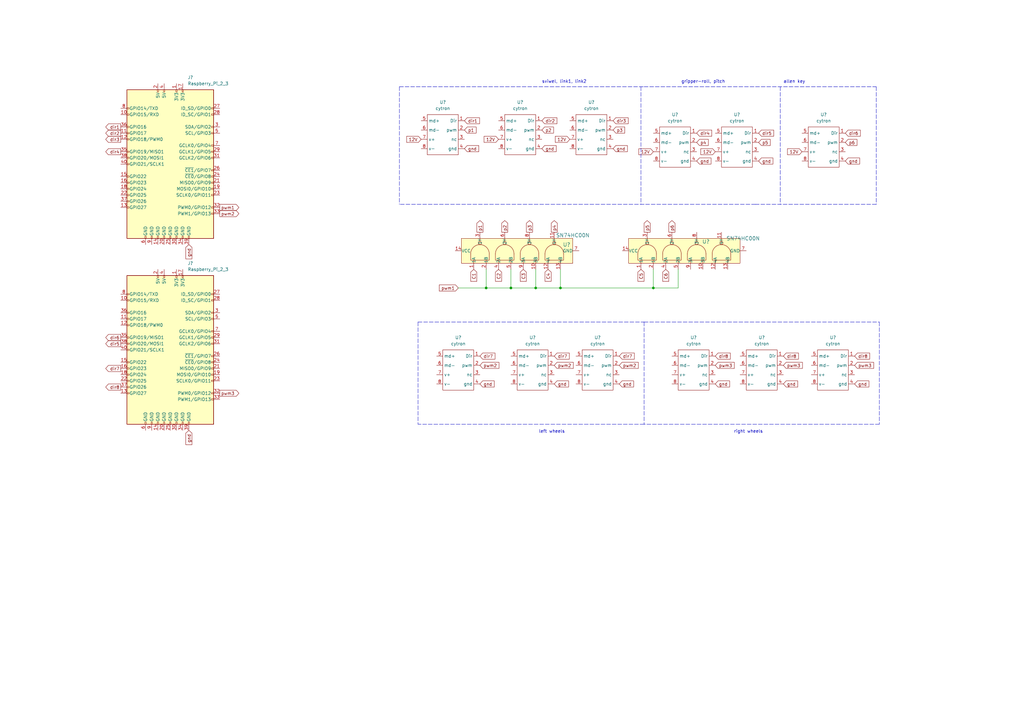
<source format=kicad_sch>
(kicad_sch (version 20211123) (generator eeschema)
  (paper "A3")
  (lib_symbols
    (symbol "Connector:Raspberry_Pi_2_3" (pin_names (offset 1.016))
      (property "Reference" "J" (at -17.78 31.75 0))
      (property "Value" "Raspberry_Pi_2_3" (at 10.16 -31.75 0))
      (symbol "Raspberry_Pi_2_3_0_1"
        (rectangle (start -17.78 30.48) (end 17.78 -30.48) (stroke (width 0.254)) (fill (type background)))
      )
      (symbol "Raspberry_Pi_2_3_1_1"
        (rectangle (start -16.891 -17.526) (end -17.78 -18.034))
        (rectangle (start -16.891 -14.986) (end -17.78 -15.494))
        (rectangle (start -16.891 -12.446) (end -17.78 -12.954))
        (rectangle (start -16.891 -9.906) (end -17.78 -10.414))
        (rectangle (start -16.891 -7.366) (end -17.78 -7.874))
        (rectangle (start -16.891 -4.826) (end -17.78 -5.334))
        (rectangle (start -16.891 0.254) (end -17.78 -0.254))
        (rectangle (start -16.891 2.794) (end -17.78 2.286))
        (rectangle (start -16.891 5.334) (end -17.78 4.826))
        (rectangle (start -16.891 10.414) (end -17.78 9.906))
        (rectangle (start -16.891 12.954) (end -17.78 12.446))
        (rectangle (start -16.891 15.494) (end -17.78 14.986))
        (rectangle (start -16.891 20.574) (end -17.78 20.066))
        (rectangle (start -16.891 23.114) (end -17.78 22.606))
        (rectangle (start -10.414 -29.591) (end -9.906 -30.48))
        (rectangle (start -7.874 -29.591) (end -7.366 -30.48))
        (rectangle (start -5.334 -29.591) (end -4.826 -30.48))
        (rectangle (start -5.334 30.48) (end -4.826 29.591))
        (rectangle (start -2.794 -29.591) (end -2.286 -30.48))
        (rectangle (start -2.794 30.48) (end -2.286 29.591))
        (rectangle (start -0.254 -29.591) (end 0.254 -30.48))
        (rectangle (start 2.286 -29.591) (end 2.794 -30.48))
        (rectangle (start 2.286 30.48) (end 2.794 29.591))
        (rectangle (start 4.826 -29.591) (end 5.334 -30.48))
        (rectangle (start 4.826 30.48) (end 5.334 29.591))
        (rectangle (start 7.366 -29.591) (end 7.874 -30.48))
        (rectangle (start 17.78 -20.066) (end 16.891 -20.574))
        (rectangle (start 17.78 -17.526) (end 16.891 -18.034))
        (rectangle (start 17.78 -12.446) (end 16.891 -12.954))
        (rectangle (start 17.78 -9.906) (end 16.891 -10.414))
        (rectangle (start 17.78 -7.366) (end 16.891 -7.874))
        (rectangle (start 17.78 -4.826) (end 16.891 -5.334))
        (rectangle (start 17.78 -2.286) (end 16.891 -2.794))
        (rectangle (start 17.78 2.794) (end 16.891 2.286))
        (rectangle (start 17.78 5.334) (end 16.891 4.826))
        (rectangle (start 17.78 7.874) (end 16.891 7.366))
        (rectangle (start 17.78 12.954) (end 16.891 12.446))
        (rectangle (start 17.78 15.494) (end 16.891 14.986))
        (rectangle (start 17.78 20.574) (end 16.891 20.066))
        (rectangle (start 17.78 23.114) (end 16.891 22.606))
        (pin power_in line (at 2.54 33.02 270) (length 2.54) (name "3V3") (number "1"))
        (pin bidirectional line (at -20.32 20.32 0) (length 2.54) (name "GPIO15/RXD") (number "10"))
        (pin bidirectional line (at -20.32 12.7 0) (length 2.54) (name "GPIO17") (number "11"))
        (pin bidirectional line (at -20.32 10.16 0) (length 2.54) (name "GPIO18/PWM0") (number "12"))
        (pin bidirectional line (at -20.32 -17.78 0) (length 2.54) (name "GPIO27") (number "13"))
        (pin power_in line (at -5.08 -33.02 90) (length 2.54) (name "GND") (number "14"))
        (pin bidirectional line (at -20.32 -5.08 0) (length 2.54) (name "GPIO22") (number "15"))
        (pin bidirectional line (at -20.32 -7.62 0) (length 2.54) (name "GPIO23") (number "16"))
        (pin power_in line (at 5.08 33.02 270) (length 2.54) (name "3V3") (number "17"))
        (pin bidirectional line (at -20.32 -10.16 0) (length 2.54) (name "GPIO24") (number "18"))
        (pin bidirectional line (at 20.32 -10.16 180) (length 2.54) (name "MOSI0/GPIO10") (number "19"))
        (pin power_in line (at -5.08 33.02 270) (length 2.54) (name "5V") (number "2"))
        (pin power_in line (at -2.54 -33.02 90) (length 2.54) (name "GND") (number "20"))
        (pin bidirectional line (at 20.32 -7.62 180) (length 2.54) (name "MISO0/GPIO9") (number "21"))
        (pin bidirectional line (at -20.32 -12.7 0) (length 2.54) (name "GPIO25") (number "22"))
        (pin bidirectional line (at 20.32 -12.7 180) (length 2.54) (name "SCLK0/GPIO11") (number "23"))
        (pin bidirectional line (at 20.32 -5.08 180) (length 2.54) (name "~{CE0}/GPIO8") (number "24"))
        (pin power_in line (at 0 -33.02 90) (length 2.54) (name "GND") (number "25"))
        (pin bidirectional line (at 20.32 -2.54 180) (length 2.54) (name "~{CE1}/GPIO7") (number "26"))
        (pin bidirectional line (at 20.32 22.86 180) (length 2.54) (name "ID_SD/GPIO0") (number "27"))
        (pin bidirectional line (at 20.32 20.32 180) (length 2.54) (name "ID_SC/GPIO1") (number "28"))
        (pin bidirectional line (at 20.32 5.08 180) (length 2.54) (name "GCLK1/GPIO5") (number "29"))
        (pin bidirectional line (at 20.32 15.24 180) (length 2.54) (name "SDA/GPIO2") (number "3"))
        (pin power_in line (at 2.54 -33.02 90) (length 2.54) (name "GND") (number "30"))
        (pin bidirectional line (at 20.32 2.54 180) (length 2.54) (name "GCLK2/GPIO6") (number "31"))
        (pin bidirectional line (at 20.32 -17.78 180) (length 2.54) (name "PWM0/GPIO12") (number "32"))
        (pin bidirectional line (at 20.32 -20.32 180) (length 2.54) (name "PWM1/GPIO13") (number "33"))
        (pin power_in line (at 5.08 -33.02 90) (length 2.54) (name "GND") (number "34"))
        (pin bidirectional line (at -20.32 5.08 0) (length 2.54) (name "GPIO19/MISO1") (number "35"))
        (pin bidirectional line (at -20.32 15.24 0) (length 2.54) (name "GPIO16") (number "36"))
        (pin bidirectional line (at -20.32 -15.24 0) (length 2.54) (name "GPIO26") (number "37"))
        (pin bidirectional line (at -20.32 2.54 0) (length 2.54) (name "GPIO20/MOSI1") (number "38"))
        (pin power_in line (at 7.62 -33.02 90) (length 2.54) (name "GND") (number "39"))
        (pin power_in line (at -2.54 33.02 270) (length 2.54) (name "5V") (number "4"))
        (pin bidirectional line (at -20.32 0 0) (length 2.54) (name "GPIO21/SCLK1") (number "40"))
        (pin bidirectional line (at 20.32 12.7 180) (length 2.54) (name "SCL/GPIO3") (number "5"))
        (pin power_in line (at -10.16 -33.02 90) (length 2.54) (name "GND") (number "6"))
        (pin bidirectional line (at 20.32 7.62 180) (length 2.54) (name "GCLK0/GPIO4") (number "7"))
        (pin bidirectional line (at -20.32 22.86 0) (length 2.54) (name "GPIO14/TXD") (number "8"))
        (pin power_in line (at -7.62 -33.02 90) (length 2.54) (name "GND") (number "9"))
      )
    )
    (symbol "New_Library:cytron"
      (property "Reference" "U" (at 0 0 0))
      (property "Value" "cytron" (at 0 0 0))
      (symbol "cytron_0_1"
        (rectangle (start -6.35 -1.27) (end 6.35 -17.78))
      )
      (symbol "cytron_1_1"
        (pin input line (at 8.89 -3.81 180) (length 2.54) (name "Dir") (number "1"))
        (pin input line (at 8.89 -7.62 180) (length 2.54) (name "pwm") (number "2"))
        (pin input line (at 8.89 -11.43 180) (length 2.54) (name "nc") (number "3"))
        (pin input line (at 8.89 -15.24 180) (length 2.54) (name "gnd") (number "4"))
        (pin input line (at -8.89 -3.81 0) (length 2.54) (name "md+") (number "5"))
        (pin input line (at -8.89 -7.62 0) (length 2.54) (name "md-") (number "6"))
        (pin input line (at -8.89 -11.43 0) (length 2.54) (name "v+") (number "7"))
        (pin input line (at -8.89 -15.24 0) (length 2.54) (name "v-") (number "8"))
      )
    )
    (symbol "dk_Logic-Gates-and-Inverters:SN74HC00N" (pin_names (offset 0.0254))
      (property "Reference" "U" (at -2.54 23.876 0))
      (property "Value" "SN74HC00N" (at 0.254 -24.13 0))
      (symbol "SN74HC00N_0_1"
        (rectangle (start -5.08 22.86) (end 5.08 -22.86) (fill (type background)))
        (arc (start -1.27 -19.05) (mid 2.54 -15.24) (end -1.27 -11.43) (fill (type background)))
        (arc (start -1.27 -8.89) (mid 2.54 -5.08) (end -1.27 -1.27) (fill (type background)))
        (arc (start -1.27 1.27) (mid 2.54 5.08) (end -1.27 8.89) (fill (type background)))
        (arc (start -1.27 11.43) (mid 2.54 15.24) (end -1.27 19.05) (fill (type background)))
        (polyline (pts (xy -5.08 -17.78) (xy -3.81 -17.78)))
        (polyline (pts (xy -5.08 -7.62) (xy -3.81 -7.62)))
        (polyline (pts (xy -5.08 2.54) (xy -3.81 2.54)))
        (polyline (pts (xy -5.08 12.7) (xy -3.81 12.7)))
        (polyline (pts (xy -3.81 -12.7) (xy -5.08 -12.7)))
        (polyline (pts (xy -3.81 -2.54) (xy -5.08 -2.54)))
        (polyline (pts (xy -3.81 7.62) (xy -5.08 7.62)))
        (polyline (pts (xy -3.81 17.78) (xy -5.08 17.78)))
        (polyline (pts (xy 3.81 -15.24) (xy 5.08 -15.24)))
        (polyline (pts (xy 3.81 5.08) (xy 5.08 5.08)))
        (polyline (pts (xy 5.08 -5.08) (xy 3.81 -5.08)))
        (polyline (pts (xy 5.08 15.24) (xy 3.81 15.24)))
        (polyline (pts (xy -1.27 -11.43) (xy -3.81 -11.43) (xy -3.81 -19.05) (xy -1.27 -19.05)) (fill (type background)))
        (polyline (pts (xy -1.27 -1.27) (xy -3.81 -1.27) (xy -3.81 -8.89) (xy -1.27 -8.89)) (fill (type background)))
        (polyline (pts (xy -1.27 8.89) (xy -3.81 8.89) (xy -3.81 1.27) (xy -1.27 1.27)) (fill (type background)))
        (polyline (pts (xy -1.27 19.05) (xy -3.81 19.05) (xy -3.81 11.43) (xy -1.27 11.43)) (fill (type background)))
        (circle (center 3.175 -15.24) (radius 0.635) (fill (type background)))
        (circle (center 3.175 -5.08) (radius 0.635) (fill (type background)))
        (circle (center 3.175 5.08) (radius 0.635) (fill (type background)))
        (circle (center 3.175 15.24) (radius 0.635) (fill (type background)))
      )
      (symbol "SN74HC00N_1_1"
        (pin input line (at -7.62 17.78 0) (length 2.54) (name "1A") (number "1"))
        (pin input line (at -7.62 -7.62 0) (length 2.54) (name "3B") (number "10"))
        (pin output line (at 7.62 -15.24 180) (length 2.54) (name "4Y") (number "11"))
        (pin input line (at -7.62 -12.7 0) (length 2.54) (name "4A") (number "12"))
        (pin input line (at -7.62 -17.78 0) (length 2.54) (name "4B") (number "13"))
        (pin power_in line (at 0 25.4 270) (length 2.54) (name "VCC") (number "14"))
        (pin input line (at -7.62 12.7 0) (length 2.54) (name "1B") (number "2"))
        (pin output line (at 7.62 15.24 180) (length 2.54) (name "1Y") (number "3"))
        (pin input line (at -7.62 7.62 0) (length 2.54) (name "2A") (number "4"))
        (pin input line (at -7.62 2.54 0) (length 2.54) (name "2B") (number "5"))
        (pin output line (at 7.62 5.08 180) (length 2.54) (name "2Y") (number "6"))
        (pin power_in line (at 0 -25.4 90) (length 2.54) (name "GND") (number "7"))
        (pin output line (at 7.62 -5.08 180) (length 2.54) (name "3Y") (number "8"))
        (pin input line (at -7.62 -2.54 0) (length 2.54) (name "3A") (number "9"))
      )
    )
  )
  (junction (at 199.39 118.11))
  (junction (at 267.97 118.11))
  (junction (at 209.55 118.11))
  (junction (at 229.87 118.11))
  (junction (at 219.71 118.11))
  (polyline (pts (xy 264.16 132.08) (xy 360.68 132.08)))
  (polyline (pts (xy 264.16 132.08) (xy 264.16 173.99)))
  (wire (pts (xy 209.55 118.11) (xy 219.71 118.11)))
  (polyline (pts (xy 359.41 83.82) (xy 309.88 83.82)))
  (polyline (pts (xy 264.16 83.82) (xy 163.83 83.82)))
  (wire (pts (xy 187.96 118.11) (xy 199.39 118.11)))
  (wire (pts (xy 267.97 110.49) (xy 267.97 118.11)))
  (polyline (pts (xy 264.16 173.99) (xy 171.45 173.99)))
  (wire (pts (xy 267.97 118.11) (xy 229.87 118.11)))
  (polyline (pts (xy 359.41 35.56) (xy 359.41 83.82)))
  (polyline (pts (xy 309.88 83.82) (xy 264.16 83.82)))
  (polyline (pts (xy 360.68 173.99) (xy 264.16 173.99)))
  (polyline (pts (xy 262.89 35.56) (xy 262.89 83.82)))
  (wire (pts (xy 219.71 110.49) (xy 219.71 118.11)))
  (wire (pts (xy 229.87 110.49) (xy 229.87 118.11)))
  (polyline (pts (xy 309.88 35.56) (xy 359.41 35.56)))
  (polyline (pts (xy 360.68 132.08) (xy 360.68 173.99)))
  (polyline (pts (xy 163.83 35.56) (xy 163.83 83.82)))
  (wire (pts (xy 278.13 118.11) (xy 267.97 118.11)))
  (polyline (pts (xy 171.45 132.08) (xy 171.45 173.99)))
  (wire (pts (xy 278.13 110.49) (xy 278.13 118.11)))
  (polyline (pts (xy 320.04 35.56) (xy 320.04 83.82)))
  (polyline (pts (xy 163.83 35.56) (xy 264.16 35.56)))
  (wire (pts (xy 209.55 110.49) (xy 209.55 118.11)))
  (polyline (pts (xy 264.16 35.56) (xy 309.88 35.56)))
  (wire (pts (xy 229.87 118.11) (xy 219.71 118.11)))
  (wire (pts (xy 199.39 118.11) (xy 209.55 118.11)))
  (polyline (pts (xy 171.45 132.08) (xy 264.16 132.08)))
  (wire (pts (xy 199.39 110.49) (xy 199.39 118.11)))
  (text "gripper-roll, pitch" (at 279.4 34.29 0) (effects (font (size 1.27 1.27)) (justify left bottom)))
  (text "allen key" (at 321.31 34.29 0) (effects (font (size 1.27 1.27)) (justify left bottom)))
  (text "sviwel, link1, link2" (at 222.25 34.29 0) (effects (font (size 1.27 1.27)) (justify left bottom)))
  (text "right wheels" (at 300.99 177.8 0) (effects (font (size 1.27 1.27)) (justify left bottom)))
  (text "left wheels" (at 220.98 177.8 0) (effects (font (size 1.27 1.27)) (justify left bottom)))
  (global_label "C5" (shape input) (at 262.89 110.49 270) (property "Intersheet References" "${INTERSHEET_REFS}" (effects hide)))
  (global_label "dir7" (shape input) (at 227.33 146.05 0) (property "Intersheet References" "${INTERSHEET_REFS}" (effects hide)))
  (global_label "gnd" (shape input) (at 251.46 60.96 0) (property "Intersheet References" "${INTERSHEET_REFS}" (effects hide)))
  (global_label "pwm3" (shape input) (at 350.52 149.86 0) (property "Intersheet References" "${INTERSHEET_REFS}" (effects hide)))
  (global_label "dir8" (shape input) (at 293.37 146.05 0) (property "Intersheet References" "${INTERSHEET_REFS}" (effects hide)))
  (global_label "dir5" (shape input) (at 311.15 54.61 0) (property "Intersheet References" "${INTERSHEET_REFS}" (effects hide)))
  (global_label "dir1" (shape output) (at 49.53 52.07 180) (property "Intersheet References" "${INTERSHEET_REFS}" (effects hide)))
  (global_label "12V" (shape input) (at 233.68 57.15 180) (property "Intersheet References" "${INTERSHEET_REFS}" (effects hide)))
  (global_label "p6" (shape input) (at 346.71 58.42 0) (property "Intersheet References" "${INTERSHEET_REFS}" (effects hide)))
  (global_label "dir4" (shape output) (at 49.53 62.23 180) (property "Intersheet References" "${INTERSHEET_REFS}" (effects hide)))
  (global_label "pwm2" (shape input) (at 227.33 149.86 0) (property "Intersheet References" "${INTERSHEET_REFS}" (effects hide)))
  (global_label "12V" (shape input) (at 172.72 57.15 180) (property "Intersheet References" "${INTERSHEET_REFS}" (effects hide)))
  (global_label "dir6" (shape input) (at 346.71 54.61 0) (property "Intersheet References" "${INTERSHEET_REFS}" (effects hide)))
  (global_label "pwm3" (shape output) (at 90.17 161.29 0) (property "Intersheet References" "${INTERSHEET_REFS}" (effects hide)))
  (global_label "p6" (shape output) (at 275.59 95.25 90) (property "Intersheet References" "${INTERSHEET_REFS}" (effects hide)))
  (global_label "dir7" (shape input) (at 196.85 146.05 0) (property "Intersheet References" "${INTERSHEET_REFS}" (effects hide)))
  (global_label "C4" (shape input) (at 224.79 110.49 270) (property "Intersheet References" "${INTERSHEET_REFS}" (effects hide)))
  (global_label "pwm2" (shape output) (at 90.17 87.63 0) (property "Intersheet References" "${INTERSHEET_REFS}" (effects hide)))
  (global_label "dir3" (shape output) (at 49.53 57.15 180) (property "Intersheet References" "${INTERSHEET_REFS}" (effects hide)))
  (global_label "pwm1" (shape input) (at 187.96 118.11 180) (property "Intersheet References" "${INTERSHEET_REFS}" (effects hide)))
  (global_label "dir5" (shape output) (at 49.53 140.97 180) (property "Intersheet References" "${INTERSHEET_REFS}" (effects hide)))
  (global_label "gnd" (shape input) (at 227.33 157.48 0) (property "Intersheet References" "${INTERSHEET_REFS}" (effects hide)))
  (global_label "12V" (shape input) (at 328.93 62.23 180) (property "Intersheet References" "${INTERSHEET_REFS}" (effects hide)))
  (global_label "C3" (shape input) (at 214.63 110.49 270) (property "Intersheet References" "${INTERSHEET_REFS}" (effects hide)))
  (global_label "dir2" (shape output) (at 49.53 54.61 180) (property "Intersheet References" "${INTERSHEET_REFS}" (effects hide)))
  (global_label "gnd" (shape input) (at 321.31 157.48 0) (property "Intersheet References" "${INTERSHEET_REFS}" (effects hide)))
  (global_label "pwm1" (shape output) (at 90.17 85.09 0) (property "Intersheet References" "${INTERSHEET_REFS}" (effects hide)))
  (global_label "gnd" (shape input) (at 254 157.48 0) (property "Intersheet References" "${INTERSHEET_REFS}" (effects hide)))
  (global_label "12V" (shape input) (at 267.97 62.23 180) (property "Intersheet References" "${INTERSHEET_REFS}" (effects hide)))
  (global_label "12V" (shape input) (at 204.47 57.15 180) (property "Intersheet References" "${INTERSHEET_REFS}" (effects hide)))
  (global_label "gnd" (shape input) (at 196.85 157.48 0) (property "Intersheet References" "${INTERSHEET_REFS}" (effects hide)))
  (global_label "p1" (shape output) (at 196.85 95.25 90) (property "Intersheet References" "${INTERSHEET_REFS}" (effects hide)))
  (global_label "pwm3" (shape input) (at 321.31 149.86 0) (property "Intersheet References" "${INTERSHEET_REFS}" (effects hide)))
  (global_label "gnd" (shape input) (at 222.25 60.96 0) (property "Intersheet References" "${INTERSHEET_REFS}" (effects hide)))
  (global_label "gnd" (shape input) (at 77.47 100.33 270) (property "Intersheet References" "${INTERSHEET_REFS}" (effects hide)))
  (global_label "p4" (shape output) (at 227.33 95.25 90) (property "Intersheet References" "${INTERSHEET_REFS}" (effects hide)))
  (global_label "12V" (shape input) (at 293.37 62.23 180) (property "Intersheet References" "${INTERSHEET_REFS}" (effects hide)))
  (global_label "gnd" (shape input) (at 285.75 66.04 0) (property "Intersheet References" "${INTERSHEET_REFS}" (effects hide)))
  (global_label "p2" (shape output) (at 207.01 95.25 90) (property "Intersheet References" "${INTERSHEET_REFS}" (effects hide)))
  (global_label "dir6" (shape output) (at 49.53 138.43 180) (property "Intersheet References" "${INTERSHEET_REFS}" (effects hide)))
  (global_label "dir2" (shape input) (at 222.25 49.53 0) (property "Intersheet References" "${INTERSHEET_REFS}" (effects hide)))
  (global_label "pwm2" (shape input) (at 196.85 149.86 0) (property "Intersheet References" "${INTERSHEET_REFS}" (effects hide)))
  (global_label "p5" (shape input) (at 311.15 58.42 0) (property "Intersheet References" "${INTERSHEET_REFS}" (effects hide)))
  (global_label "C6" (shape input) (at 273.05 110.49 270) (property "Intersheet References" "${INTERSHEET_REFS}" (effects hide)))
  (global_label "dir1" (shape input) (at 190.5 49.53 0) (property "Intersheet References" "${INTERSHEET_REFS}" (effects hide)))
  (global_label "gnd" (shape input) (at 293.37 157.48 0) (property "Intersheet References" "${INTERSHEET_REFS}" (effects hide)))
  (global_label "dir4" (shape input) (at 285.75 54.61 0) (property "Intersheet References" "${INTERSHEET_REFS}" (effects hide)))
  (global_label "gnd" (shape input) (at 350.52 157.48 0) (property "Intersheet References" "${INTERSHEET_REFS}" (effects hide)))
  (global_label "p3" (shape input) (at 251.46 53.34 0) (property "Intersheet References" "${INTERSHEET_REFS}" (effects hide)))
  (global_label "gnd" (shape input) (at 311.15 66.04 0) (property "Intersheet References" "${INTERSHEET_REFS}" (effects hide)))
  (global_label "gnd" (shape input) (at 190.5 60.96 0) (property "Intersheet References" "${INTERSHEET_REFS}" (effects hide)))
  (global_label "p5" (shape output) (at 265.43 95.25 90) (property "Intersheet References" "${INTERSHEET_REFS}" (effects hide)))
  (global_label "pwm2" (shape input) (at 254 149.86 0) (property "Intersheet References" "${INTERSHEET_REFS}" (effects hide)))
  (global_label "p1" (shape input) (at 190.5 53.34 0) (property "Intersheet References" "${INTERSHEET_REFS}" (effects hide)))
  (global_label "p4" (shape input) (at 285.75 58.42 0) (property "Intersheet References" "${INTERSHEET_REFS}" (effects hide)))
  (global_label "C1" (shape input) (at 194.31 110.49 270) (property "Intersheet References" "${INTERSHEET_REFS}" (effects hide)))
  (global_label "gnd" (shape input) (at 77.47 176.53 270) (property "Intersheet References" "${INTERSHEET_REFS}" (effects hide)))
  (global_label "dir3" (shape input) (at 251.46 49.53 0) (property "Intersheet References" "${INTERSHEET_REFS}" (effects hide)))
  (global_label "dir7" (shape input) (at 254 146.05 0) (property "Intersheet References" "${INTERSHEET_REFS}" (effects hide)))
  (global_label "dir8" (shape output) (at 49.53 158.75 180) (property "Intersheet References" "${INTERSHEET_REFS}" (effects hide)))
  (global_label "pwm3" (shape input) (at 293.37 149.86 0) (property "Intersheet References" "${INTERSHEET_REFS}" (effects hide)))
  (global_label "p2" (shape input) (at 222.25 53.34 0) (property "Intersheet References" "${INTERSHEET_REFS}" (effects hide)))
  (global_label "C2" (shape input) (at 204.47 110.49 270) (property "Intersheet References" "${INTERSHEET_REFS}" (effects hide)))
  (global_label "p3" (shape output) (at 217.17 95.25 90) (property "Intersheet References" "${INTERSHEET_REFS}" (effects hide)))
  (global_label "gnd" (shape input) (at 346.71 66.04 0) (property "Intersheet References" "${INTERSHEET_REFS}" (effects hide)))
  (global_label "dir8" (shape input) (at 350.52 146.05 0) (property "Intersheet References" "${INTERSHEET_REFS}" (effects hide)))
  (global_label "dir8" (shape input) (at 321.31 146.05 0) (property "Intersheet References" "${INTERSHEET_REFS}" (effects hide)))
  (global_label "dir7" (shape output) (at 49.53 151.13 180) (property "Intersheet References" "${INTERSHEET_REFS}" (effects hide)))
  (symbol (lib_id "New_Library:cytron") (at 337.82 50.8 0) (unit 1)
    (property "Reference" "U?" (at 337.82 46.99 0))
    (property "Value" "cytron" (at 337.82 49.53 0))
  )
  (symbol (lib_id "dk_Logic-Gates-and-Inverters:SN74HC00N") (at 212.09 102.87 90) (unit 1)
    (property "Reference" "U?" (at 232.41 100.33 90) (effects (font (size 1.524 1.524))))
    (property "Value" "SN74HC00N" (at 234.95 96.52 90) (effects (font (size 1.524 1.524))))
    (property "Footprint" "digikey-footprints:DIP-14_W3mm" (effects hide))
    (property "Datasheet" "http://www.ti.com/general/docs/suppproductinfo.tsp?distId=10&gotoUrl=http%3A%2F%2Fwww.ti.com%2Flit%2Fgpn%2Fsn74hc00" (effects hide))
    (property "Digi-Key_PN" "296-1563-5-ND" (effects hide))
    (property "MPN" "SN74HC00N" (effects hide))
    (property "Category" "Integrated Circuits (ICs)" (effects hide))
    (property "Family" "Logic - Gates and Inverters" (effects hide))
    (property "DK_Datasheet_Link" "http://www.ti.com/general/docs/suppproductinfo.tsp?distId=10&gotoUrl=http%3A%2F%2Fwww.ti.com%2Flit%2Fgpn%2Fsn74hc00" (effects hide))
    (property "DK_Detail_Page" "/product-detail/en/texas-instruments/SN74HC00N/296-1563-5-ND/277209" (effects hide))
    (property "Description" "IC GATE NAND 4CH 2-INP 14DIP" (effects hide))
    (property "Manufacturer" "Texas Instruments" (effects hide))
    (property "Status" "Active" (effects hide))
  )
  (symbol (lib_id "New_Library:cytron") (at 181.61 45.72 0) (unit 1)
    (property "Reference" "U?" (at 181.61 41.91 0))
    (property "Value" "cytron" (at 181.61 44.45 0))
  )
  (symbol (lib_id "Connector:Raspberry_Pi_2_3") (at 69.85 67.31 0) (unit 1)
    (property "Reference" "J?" (at 76.9494 31.75 0) (effects (justify left)))
    (property "Value" "Raspberry_Pi_2_3" (at 76.9494 34.29 0) (effects (justify left)))
    (property "Datasheet" "https://www.raspberrypi.org/documentation/hardware/raspberrypi/schematics/rpi_SCH_3bplus_1p0_reduced.pdf" (effects hide))
  )
  (symbol (lib_id "New_Library:cytron") (at 276.86 50.8 0) (unit 1)
    (property "Reference" "U?" (at 276.86 46.99 0))
    (property "Value" "cytron" (at 276.86 49.53 0))
  )
  (symbol (lib_id "New_Library:cytron") (at 245.11 142.24 0) (unit 1)
    (property "Reference" "U?" (at 245.11 138.43 0))
    (property "Value" "cytron" (at 245.11 140.97 0))
  )
  (symbol (lib_id "New_Library:cytron") (at 341.63 142.24 0) (unit 1)
    (property "Reference" "U?" (at 341.63 138.43 0))
    (property "Value" "cytron" (at 341.63 140.97 0))
  )
  (symbol (lib_id "New_Library:cytron") (at 312.42 142.24 0) (unit 1)
    (property "Reference" "U?" (at 312.42 138.43 0))
    (property "Value" "cytron" (at 312.42 140.97 0))
  )
  (symbol (lib_id "New_Library:cytron") (at 242.57 45.72 0) (unit 1)
    (property "Reference" "U?" (at 242.57 41.91 0))
    (property "Value" "cytron" (at 242.57 44.45 0))
  )
  (symbol (lib_id "New_Library:cytron") (at 218.44 142.24 0) (unit 1)
    (property "Reference" "U?" (at 218.44 138.43 0))
    (property "Value" "cytron" (at 218.44 140.97 0))
  )
  (symbol (lib_id "New_Library:cytron") (at 284.48 142.24 0) (unit 1)
    (property "Reference" "U?" (at 284.48 138.43 0))
    (property "Value" "cytron" (at 284.48 140.97 0))
  )
  (symbol (lib_id "New_Library:cytron") (at 213.36 45.72 0) (unit 1)
    (property "Reference" "U?" (at 213.36 41.91 0))
    (property "Value" "cytron" (at 213.36 44.45 0))
  )
  (symbol (lib_id "New_Library:cytron") (at 187.96 142.24 0) (unit 1)
    (property "Reference" "U?" (at 187.96 138.43 0))
    (property "Value" "cytron" (at 187.96 140.97 0))
  )
  (symbol (lib_id "Connector:Raspberry_Pi_2_3") (at 69.85 143.51 0) (unit 1)
    (property "Reference" "J?" (at 76.9494 107.95 0) (effects (justify left)))
    (property "Value" "Raspberry_Pi_2_3" (at 76.9494 110.49 0) (effects (justify left)))
    (property "Datasheet" "https://www.raspberrypi.org/documentation/hardware/raspberrypi/schematics/rpi_SCH_3bplus_1p0_reduced.pdf" (effects hide))
  )
  (symbol (lib_id "dk_Logic-Gates-and-Inverters:SN74HC00N") (at 280.67 102.87 90) (unit 1)
    (property "Reference" "U?" (at 289.56 99.06 90) (effects (font (size 1.524 1.524))))
    (property "Value" "SN74HC00N" (at 304.8 97.79 90) (effects (font (size 1.524 1.524))))
    (property "Footprint" "digikey-footprints:DIP-14_W3mm" (effects hide))
    (property "Datasheet" "http://www.ti.com/general/docs/suppproductinfo.tsp?distId=10&gotoUrl=http%3A%2F%2Fwww.ti.com%2Flit%2Fgpn%2Fsn74hc00" (effects hide))
    (property "Digi-Key_PN" "296-1563-5-ND" (effects hide))
    (property "MPN" "SN74HC00N" (effects hide))
    (property "Category" "Integrated Circuits (ICs)" (effects hide))
    (property "Family" "Logic - Gates and Inverters" (effects hide))
    (property "DK_Datasheet_Link" "http://www.ti.com/general/docs/suppproductinfo.tsp?distId=10&gotoUrl=http%3A%2F%2Fwww.ti.com%2Flit%2Fgpn%2Fsn74hc00" (effects hide))
    (property "DK_Detail_Page" "/product-detail/en/texas-instruments/SN74HC00N/296-1563-5-ND/277209" (effects hide))
    (property "Description" "IC GATE NAND 4CH 2-INP 14DIP" (effects hide))
    (property "Manufacturer" "Texas Instruments" (effects hide))
    (property "Status" "Active" (effects hide))
  )
  (symbol (lib_id "New_Library:cytron") (at 302.26 50.8 0) (unit 1)
    (property "Reference" "U?" (at 302.26 46.99 0))
    (property "Value" "cytron" (at 302.26 49.53 0))
  )
)
</source>
